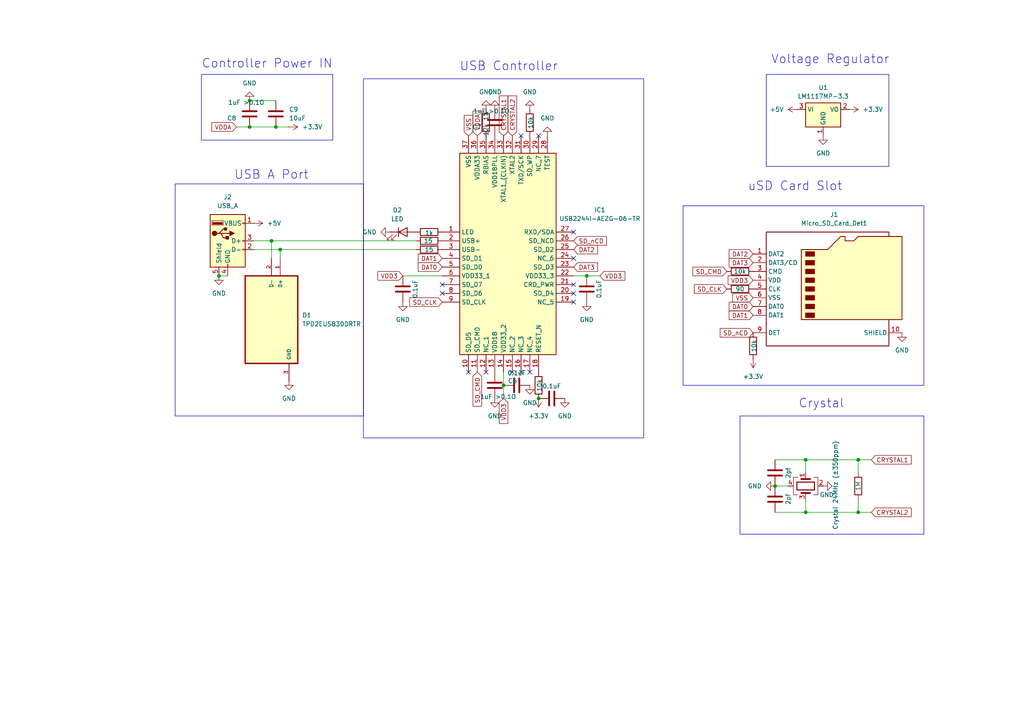
<source format=kicad_sch>
(kicad_sch (version 20250114) (generator "eeschema") (generator_version "9.0")
  (paper "A4")
  (lib_symbols
    (symbol "Connector:Micro_SD_Card_Det1"
      (property "Reference" "J" (at -16.51 17.78 0))
      (property "Value" "Micro_SD_Card_Det1" (at 16.51 17.78 0))
      (symbol "Micro_SD_Card_Det1_0_1"
        (polyline (pts (xy -8.89 -8.89) (xy -8.89 11.43) (xy -1.27 11.43) (xy 2.54 15.24) (xy 3.81 15.24) (xy 3.81 13.97) (xy 6.35 13.97) (xy 7.62 15.24) (xy 20.32 15.24) (xy 20.32 -8.89) (xy -8.89 -8.89)) (stroke (width 0.254)) (fill (type background)))
        (rectangle (start -7.62 10.795) (end -5.08 9.525) (stroke (width 0.254)) (fill (type outline)))
        (rectangle (start -7.62 8.255) (end -5.08 6.985) (stroke (width 0.254)) (fill (type outline)))
        (rectangle (start -7.62 5.715) (end -5.08 4.445) (stroke (width 0.254)) (fill (type outline)))
        (rectangle (start -7.62 3.175) (end -5.08 1.905) (stroke (width 0.254)) (fill (type outline)))
        (rectangle (start -7.62 0.635) (end -5.08 -0.635) (stroke (width 0.254)) (fill (type outline)))
        (rectangle (start -7.62 -1.905) (end -5.08 -3.175) (stroke (width 0.254)) (fill (type outline)))
        (rectangle (start -7.62 -4.445) (end -5.08 -5.715) (stroke (width 0.254)) (fill (type outline)))
        (rectangle (start -7.62 -6.985) (end -5.08 -8.255) (stroke (width 0.254)) (fill (type outline)))
        (polyline (pts (xy 16.51 15.24) (xy 16.51 16.51) (xy -19.05 16.51) (xy -19.05 -16.51) (xy 16.51 -16.51) (xy 16.51 -8.89)) (stroke (width 0.254)))
      )
      (symbol "Micro_SD_Card_Det1_1_1"
        (pin bidirectional line (at -22.86 10.16 0) (length 3.81) (name "DAT2") (number "1"))
        (pin bidirectional line (at -22.86 7.62 0) (length 3.81) (name "DAT3/CD") (number "2"))
        (pin input line (at -22.86 5.08 0) (length 3.81) (name "CMD") (number "3"))
        (pin power_in line (at -22.86 2.54 0) (length 3.81) (name "VDD") (number "4"))
        (pin input line (at -22.86 0 0) (length 3.81) (name "CLK") (number "5"))
        (pin power_in line (at -22.86 -2.54 0) (length 3.81) (name "VSS") (number "6"))
        (pin bidirectional line (at -22.86 -5.08 0) (length 3.81) (name "DAT0") (number "7"))
        (pin bidirectional line (at -22.86 -7.62 0) (length 3.81) (name "DAT1") (number "8"))
        (pin passive line (at -22.86 -12.7 0) (length 3.81) (name "DET") (number "9"))
        (pin passive line (at 20.32 -12.7 180) (length 3.81) (name "SHIELD") (number "10"))
      )
    )
    (symbol "Connector:USB_A" (pin_names (offset 1.016))
      (property "Reference" "J" (at -5.08 11.43 0))
      (property "Value" "USB_A" (at -5.08 8.89 0))
      (symbol "USB_A_0_1"
        (rectangle (start -5.08 -7.62) (end 5.08 7.62) (stroke (width 0.254)) (fill (type background)))
        (circle (center -3.81 2.159) (radius 0.635) (stroke (width 0.254)) (fill (type outline)))
        (polyline (pts (xy -3.175 2.159) (xy -2.54 2.159) (xy -1.27 3.429) (xy -0.635 3.429)) (stroke (width 0.254)))
        (polyline (pts (xy -2.54 2.159) (xy -1.905 2.159) (xy -1.27 0.889) (xy 0 0.889)) (stroke (width 0.254)))
        (rectangle (start -1.524 4.826) (end -4.318 5.334) (fill (type outline)))
        (rectangle (start -1.27 4.572) (end -4.572 5.842))
        (circle (center -0.635 3.429) (radius 0.381) (stroke (width 0.254)) (fill (type outline)))
        (rectangle (start -0.127 -7.62) (end 0.127 -6.858))
        (rectangle (start 0.254 1.27) (end -0.508 0.508) (stroke (width 0.254)) (fill (type outline)))
        (polyline (pts (xy 0.635 2.794) (xy 0.635 1.524) (xy 1.905 2.159) (xy 0.635 2.794)) (stroke (width 0.254)) (fill (type outline)))
        (rectangle (start 5.08 4.953) (end 4.318 5.207))
        (rectangle (start 5.08 -0.127) (end 4.318 0.127))
        (rectangle (start 5.08 -2.667) (end 4.318 -2.413))
      )
      (symbol "USB_A_1_1"
        (polyline (pts (xy -1.905 2.159) (xy 0.635 2.159)) (stroke (width 0.254)))
        (pin passive line (at -2.54 -10.16 90) (length 2.54) (name "Shield") (number "5"))
        (pin power_in line (at 0 -10.16 90) (length 2.54) (name "GND") (number "4"))
        (pin power_in line (at 7.62 5.08 180) (length 2.54) (name "VBUS") (number "1"))
        (pin bidirectional line (at 7.62 0 180) (length 2.54) (name "D+") (number "3"))
        (pin bidirectional line (at 7.62 -2.54 180) (length 2.54) (name "D-") (number "2"))
      )
    )
    (symbol "Device:C" (pin_numbers (hide yes)) (pin_names (offset 0.254))
      (property "Reference" "C" (at 0.635 2.54 0))
      (property "Value" "C" (at 0.635 -2.54 0))
      (symbol "C_0_1"
        (polyline (pts (xy -2.032 0.762) (xy 2.032 0.762)) (stroke (width 0.508)))
        (polyline (pts (xy -2.032 -0.762) (xy 2.032 -0.762)) (stroke (width 0.508)))
      )
      (symbol "C_1_1"
        (pin passive line (at 0 3.81 270) (length 2.794) (name "~") (number "1"))
        (pin passive line (at 0 -3.81 90) (length 2.794) (name "~") (number "2"))
      )
    )
    (symbol "Device:Crystal_GND24" (pin_names (offset 1.016) (hide yes))
      (property "Reference" "Y" (at 3.175 5.08 0))
      (property "Value" "Crystal_GND24" (at 3.175 3.175 0))
      (symbol "Crystal_GND24_0_1"
        (polyline (pts (xy -2.54 2.286) (xy -2.54 3.556) (xy 2.54 3.556) (xy 2.54 2.286)))
        (polyline (pts (xy -2.54 0) (xy -2.032 0)))
        (polyline (pts (xy -2.54 -2.286) (xy -2.54 -3.556) (xy 2.54 -3.556) (xy 2.54 -2.286)))
        (polyline (pts (xy -2.032 -1.27) (xy -2.032 1.27)) (stroke (width 0.508)))
        (rectangle (start -1.143 2.54) (end 1.143 -2.54) (stroke (width 0.3048)))
        (polyline (pts (xy 0 3.556) (xy 0 3.81)))
        (polyline (pts (xy 0 -3.81) (xy 0 -3.556)))
        (polyline (pts (xy 2.032 0) (xy 2.54 0)))
        (polyline (pts (xy 2.032 -1.27) (xy 2.032 1.27)) (stroke (width 0.508)))
      )
      (symbol "Crystal_GND24_1_1"
        (pin passive line (at -3.81 0 0) (length 1.27) (name "1") (number "1"))
        (pin passive line (at 0 5.08 270) (length 1.27) (name "2") (number "2"))
        (pin passive line (at 0 -5.08 90) (length 1.27) (name "4") (number "4"))
        (pin passive line (at 3.81 0 180) (length 1.27) (name "3") (number "3"))
      )
    )
    (symbol "Device:LED" (pin_numbers (hide yes)) (pin_names (offset 1.016) (hide yes))
      (property "Reference" "D" (at 0 2.54 0))
      (property "Value" "LED" (at 0 -2.54 0))
      (symbol "LED_0_1"
        (polyline (pts (xy -3.048 -0.762) (xy -4.572 -2.286) (xy -3.81 -2.286) (xy -4.572 -2.286) (xy -4.572 -1.524)))
        (polyline (pts (xy -1.778 -0.762) (xy -3.302 -2.286) (xy -2.54 -2.286) (xy -3.302 -2.286) (xy -3.302 -1.524)))
        (polyline (pts (xy -1.27 0) (xy 1.27 0)))
        (polyline (pts (xy -1.27 -1.27) (xy -1.27 1.27)) (stroke (width 0.254)))
        (polyline (pts (xy 1.27 -1.27) (xy 1.27 1.27) (xy -1.27 0) (xy 1.27 -1.27)) (stroke (width 0.254)))
      )
      (symbol "LED_1_1"
        (pin passive line (at -3.81 0 0) (length 2.54) (name "K") (number "1"))
        (pin passive line (at 3.81 0 180) (length 2.54) (name "A") (number "2"))
      )
    )
    (symbol "Device:R" (pin_numbers (hide yes)) (pin_names (offset 0))
      (property "Reference" "R" (at 2.032 0 90))
      (property "Value" "R" (at 0 0 90))
      (symbol "R_0_1"
        (rectangle (start -1.016 -2.54) (end 1.016 2.54) (stroke (width 0.254)))
      )
      (symbol "R_1_1"
        (pin passive line (at 0 3.81 270) (length 1.27) (name "~") (number "1"))
        (pin passive line (at 0 -3.81 90) (length 1.27) (name "~") (number "2"))
      )
    )
    (symbol "ESDDD:TPD2EUSB30DRTR" (pin_names (offset 1.016))
      (property "Reference" "D" (at -12.7 8.62 0))
      (property "Value" "TPD2EUSB30DRTR" (at -12.7 -11.62 0))
      (symbol "TPD2EUSB30DRTR_0_0"
        (rectangle (start -12.7 -7.62) (end 12.7 7.62) (stroke (width 0.41)) (fill (type background)))
        (pin bidirectional line (at -17.78 2.54 0) (length 5.08) (name "D+") (number "1"))
        (pin bidirectional line (at -17.78 0 0) (length 5.08) (name "D-") (number "2"))
        (pin power_in line (at 17.78 5.08 180) (length 5.08) (name "GND") (number "3"))
      )
    )
    (symbol "Regulator_Linear:LM1117MP-3.3"
      (property "Reference" "U" (at -3.81 3.175 0))
      (property "Value" "LM1117MP-3.3" (at 0 3.175 0))
      (symbol "LM1117MP-3.3_0_1"
        (rectangle (start -5.08 -5.08) (end 5.08 1.905) (stroke (width 0.254)) (fill (type background)))
      )
      (symbol "LM1117MP-3.3_1_1"
        (pin power_in line (at -7.62 0 0) (length 2.54) (name "VI") (number "3"))
        (pin power_in line (at 0 -7.62 90) (length 2.54) (name "GND") (number "1"))
        (pin power_out line (at 7.62 0 180) (length 2.54) (name "VO") (number "2"))
      )
    )
    (symbol "USBBB:USB2244I-AEZG-06-TR"
      (property "Reference" "IC" (at 34.29 27.94 0))
      (property "Value" "USB2244I-AEZG-06-TR" (at 34.29 25.4 0))
      (symbol "USB2244I-AEZG-06-TR_1_1"
        (rectangle (start 5.08 22.86) (end 33.02 -35.56) (stroke (width 0.254)) (fill (type background)))
        (pin passive line (at 0 0 0) (length 5.08) (name "LED") (number "1"))
        (pin passive line (at 0 -2.54 0) (length 5.08) (name "USB+") (number "2"))
        (pin passive line (at 0 -5.08 0) (length 5.08) (name "USB-") (number "3"))
        (pin passive line (at 0 -7.62 0) (length 5.08) (name "SD_D1") (number "4"))
        (pin passive line (at 0 -10.16 0) (length 5.08) (name "SD_D0") (number "5"))
        (pin passive line (at 0 -12.7 0) (length 5.08) (name "VDD33_1") (number "6"))
        (pin passive line (at 0 -15.24 0) (length 5.08) (name "SD_D7") (number "7"))
        (pin passive line (at 0 -17.78 0) (length 5.08) (name "SD_D6") (number "8"))
        (pin passive line (at 0 -20.32 0) (length 5.08) (name "SD_CLK") (number "9"))
        (pin passive line (at 7.62 27.94 270) (length 5.08) (name "VSS") (number "37"))
        (pin passive line (at 7.62 -40.64 90) (length 5.08) (name "SD_D5") (number "10"))
        (pin passive line (at 10.16 27.94 270) (length 5.08) (name "VDDA33") (number "36"))
        (pin passive line (at 10.16 -40.64 90) (length 5.08) (name "SD_CMD") (number "11"))
        (pin passive line (at 12.7 27.94 270) (length 5.08) (name "RBIAS") (number "35"))
        (pin passive line (at 12.7 -40.64 90) (length 5.08) (name "NC_1") (number "12"))
        (pin passive line (at 15.24 27.94 270) (length 5.08) (name "VDD18PLL") (number "34"))
        (pin passive line (at 15.24 -40.64 90) (length 5.08) (name "VDD18") (number "13"))
        (pin passive line (at 17.78 27.94 270) (length 5.08) (name "XTAL1_(CLKIN)") (number "33"))
        (pin passive line (at 17.78 -40.64 90) (length 5.08) (name "VDD33_2") (number "14"))
        (pin passive line (at 20.32 27.94 270) (length 5.08) (name "XTAL2") (number "32"))
        (pin passive line (at 20.32 -40.64 90) (length 5.08) (name "NC_2") (number "15"))
        (pin passive line (at 22.86 27.94 270) (length 5.08) (name "TXD/SCK") (number "31"))
        (pin passive line (at 22.86 -40.64 90) (length 5.08) (name "NC_3") (number "16"))
        (pin passive line (at 25.4 27.94 270) (length 5.08) (name "SD_WP") (number "30"))
        (pin passive line (at 25.4 -40.64 90) (length 5.08) (name "NC_4") (number "17"))
        (pin passive line (at 27.94 27.94 270) (length 5.08) (name "NC_7") (number "29"))
        (pin passive line (at 27.94 -40.64 90) (length 5.08) (name "RESET_N") (number "18"))
        (pin passive line (at 30.48 27.94 270) (length 5.08) (name "TEST") (number "28"))
        (pin passive line (at 38.1 0 180) (length 5.08) (name "RXD/SDA") (number "27"))
        (pin passive line (at 38.1 -2.54 180) (length 5.08) (name "SD_NCD") (number "26"))
        (pin passive line (at 38.1 -5.08 180) (length 5.08) (name "SD_D2") (number "25"))
        (pin passive line (at 38.1 -7.62 180) (length 5.08) (name "NC_6") (number "24"))
        (pin passive line (at 38.1 -10.16 180) (length 5.08) (name "SD_D3") (number "23"))
        (pin passive line (at 38.1 -12.7 180) (length 5.08) (name "VDD33_3") (number "22"))
        (pin passive line (at 38.1 -15.24 180) (length 5.08) (name "CRD_PWR") (number "21"))
        (pin passive line (at 38.1 -17.78 180) (length 5.08) (name "SD_D4") (number "20"))
        (pin passive line (at 38.1 -20.32 180) (length 5.08) (name "NC_5") (number "19"))
      )
    )
    (symbol "power:+3.3V" (power) (pin_numbers (hide yes)) (pin_names (offset 0) (hide yes))
      (property "Value" "+3.3V" (at 0 3.556 0))
      (symbol "+3.3V_0_1"
        (polyline (pts (xy -0.762 1.27) (xy 0 2.54)))
        (polyline (pts (xy 0 2.54) (xy 0.762 1.27)))
        (polyline (pts (xy 0 0) (xy 0 2.54)))
      )
      (symbol "+3.3V_1_1"
        (pin power_in line (at 0 0 90) (length 0) (name "~") (number "1"))
      )
    )
    (symbol "power:+5V" (power) (pin_numbers (hide yes)) (pin_names (offset 0) (hide yes))
      (property "Value" "+5V" (at 0 3.556 0))
      (symbol "+5V_0_1"
        (polyline (pts (xy -0.762 1.27) (xy 0 2.54)))
        (polyline (pts (xy 0 2.54) (xy 0.762 1.27)))
        (polyline (pts (xy 0 0) (xy 0 2.54)))
      )
      (symbol "+5V_1_1"
        (pin power_in line (at 0 0 90) (length 0) (name "~") (number "1"))
      )
    )
    (symbol "power:GND" (power) (pin_numbers (hide yes)) (pin_names (offset 0) (hide yes))
      (property "Value" "GND" (at 0 -3.81 0))
      (symbol "GND_0_1"
        (polyline (pts (xy 0 0) (xy 0 -1.27) (xy 1.27 -1.27) (xy 0 -2.54) (xy -1.27 -1.27) (xy 0 -1.27)))
      )
      (symbol "GND_1_1"
        (pin power_in line (at 0 0 270) (length 0) (name "~") (number "1"))
      )
    )
  )
  (rectangle (start 198.12 59.69) (end 267.97 111.76))
  (rectangle (start 214.63 120.65) (end 267.97 154.94))
  (rectangle (start 222.25 21.59) (end 257.81 48.26))
  (rectangle (start 50.8 53.34) (end 105.41 120.65))
  (rectangle (start 58.42 21.59) (end 96.52 40.64))
  (rectangle (start 105.41 22.86) (end 186.69 127))
  (text "uSD Card Slot" (at 230.632 54.102 0) (effects (font (size 2.54 2.54))))
  (text "Voltage Regulator" (at 240.792 17.272 0) (effects (font (size 2.54 2.54))))
  (text "Crystal" (at 238.252 117.094 0) (effects (font (size 2.54 2.54))))
  (text "USB Controller" (at 147.574 19.304 0) (effects (font (size 2.54 2.54))))
  (text "USB A Port" (at 78.74 50.8 0) (effects (font (size 2.54 2.54))))
  (text "Controller Power IN" (at 77.47 18.542 0) (effects (font (size 2.54 2.54))))
  (junction (at 80.01 36.83))
  (junction (at 233.68 148.59))
  (junction (at 72.39 36.83))
  (junction (at 248.92 148.59))
  (junction (at 78.74 69.85))
  (junction (at 146.05 111.76))
  (junction (at 170.18 80.01))
  (junction (at 156.21 115.57))
  (junction (at 63.5 80.01))
  (junction (at 248.92 133.35))
  (junction (at 233.68 133.35))
  (junction (at 72.39 29.21))
  (junction (at 224.79 140.97))
  (junction (at 81.28 72.39))
  (no_connect (at 151.13 39.37))
  (no_connect (at 140.97 107.95))
  (no_connect (at 128.27 85.09))
  (no_connect (at 166.37 74.93))
  (no_connect (at 166.37 67.31))
  (no_connect (at 135.89 107.95))
  (no_connect (at 166.37 85.09))
  (no_connect (at 156.21 39.37))
  (no_connect (at 128.27 82.55))
  (no_connect (at 148.59 107.95))
  (no_connect (at 151.13 107.95))
  (no_connect (at 153.67 107.95))
  (no_connect (at 166.37 87.63))
  (no_connect (at 166.37 82.55))
  (wire (pts (xy 78.74 69.85) (xy 120.65 69.85)))
  (wire (pts (xy 224.79 140.97) (xy 228.6 140.97)))
  (wire (pts (xy 72.39 29.21) (xy 80.01 29.21)))
  (wire (pts (xy 73.66 69.85) (xy 78.74 69.85)))
  (wire (pts (xy 166.37 80.01) (xy 170.18 80.01)))
  (wire (pts (xy 72.39 36.83) (xy 80.01 36.83)))
  (wire (pts (xy 146.05 107.95) (xy 146.05 111.76)))
  (wire (pts (xy 80.01 36.83) (xy 83.82 36.83)))
  (wire (pts (xy 146.05 111.76) (xy 146.05 115.57)))
  (wire (pts (xy 248.92 148.59) (xy 252.73 148.59)))
  (wire (pts (xy 81.28 72.39) (xy 81.28 74.93)))
  (wire (pts (xy 170.18 80.01) (xy 173.99 80.01)))
  (wire (pts (xy 248.92 133.35) (xy 252.73 133.35)))
  (wire (pts (xy 224.79 133.35) (xy 233.68 133.35)))
  (wire (pts (xy 81.28 72.39) (xy 120.65 72.39)))
  (wire (pts (xy 73.66 72.39) (xy 81.28 72.39)))
  (wire (pts (xy 116.84 80.01) (xy 128.27 80.01)))
  (wire (pts (xy 63.5 80.01) (xy 66.04 80.01)))
  (wire (pts (xy 68.58 36.83) (xy 72.39 36.83)))
  (wire (pts (xy 233.68 144.78) (xy 233.68 148.59)))
  (wire (pts (xy 233.68 148.59) (xy 248.92 148.59)))
  (wire (pts (xy 248.92 148.59) (xy 248.92 144.78)))
  (wire (pts (xy 248.92 133.35) (xy 248.92 137.16)))
  (wire (pts (xy 233.68 133.35) (xy 233.68 137.16)))
  (wire (pts (xy 233.68 133.35) (xy 248.92 133.35)))
  (wire (pts (xy 224.79 148.59) (xy 233.68 148.59)))
  (wire (pts (xy 78.74 69.85) (xy 78.74 74.93)))
  (global_label "CRYSTAL2" (shape input) (at 148.59 39.37 90) (property "Intersheetrefs" "${INTERSHEET_REFS}" (effects (hide yes))))
  (global_label "SD_CMD" (shape input) (at 138.43 107.95 270) (property "Intersheetrefs" "${INTERSHEET_REFS}" (effects (hide yes))))
  (global_label "SD_nCD" (shape input) (at 218.44 96.52 180) (property "Intersheetrefs" "${INTERSHEET_REFS}" (effects (hide yes))))
  (global_label "DAT3" (shape input) (at 166.37 77.47 0) (property "Intersheetrefs" "${INTERSHEET_REFS}" (effects (hide yes))))
  (global_label "SD_CLK" (shape input) (at 128.27 87.63 180) (property "Intersheetrefs" "${INTERSHEET_REFS}" (effects (hide yes))))
  (global_label "VDD3" (shape input) (at 146.05 115.57 270) (property "Intersheetrefs" "${INTERSHEET_REFS}" (effects (hide yes))))
  (global_label "VDD3" (shape input) (at 218.44 81.28 180) (property "Intersheetrefs" "${INTERSHEET_REFS}" (effects (hide yes))))
  (global_label "DAT0" (shape input) (at 218.44 88.9 180) (property "Intersheetrefs" "${INTERSHEET_REFS}" (effects (hide yes))))
  (global_label "VDD3" (shape input) (at 173.99 80.01 0) (property "Intersheetrefs" "${INTERSHEET_REFS}" (effects (hide yes))))
  (global_label "DAT2" (shape input) (at 166.37 72.39 0) (property "Intersheetrefs" "${INTERSHEET_REFS}" (effects (hide yes))))
  (global_label "DAT1" (shape input) (at 218.44 91.44 180) (property "Intersheetrefs" "${INTERSHEET_REFS}" (effects (hide yes))))
  (global_label "SD_CMD" (shape input) (at 210.82 78.74 180) (property "Intersheetrefs" "${INTERSHEET_REFS}" (effects (hide yes))))
  (global_label "VSS" (shape input) (at 218.44 86.36 180) (property "Intersheetrefs" "${INTERSHEET_REFS}" (effects (hide yes))))
  (global_label "DAT0" (shape input) (at 128.27 77.47 180) (property "Intersheetrefs" "${INTERSHEET_REFS}" (effects (hide yes))))
  (global_label "VDDA" (shape input) (at 138.43 39.37 90) (property "Intersheetrefs" "${INTERSHEET_REFS}" (effects (hide yes))))
  (global_label "DAT1" (shape input) (at 128.27 74.93 180) (property "Intersheetrefs" "${INTERSHEET_REFS}" (effects (hide yes))))
  (global_label "VDD3" (shape input) (at 116.84 80.01 180) (property "Intersheetrefs" "${INTERSHEET_REFS}" (effects (hide yes))))
  (global_label "CRYSTAL1" (shape input) (at 252.73 133.35 0) (property "Intersheetrefs" "${INTERSHEET_REFS}" (effects (hide yes))))
  (global_label "DAT2" (shape input) (at 218.44 73.66 180) (property "Intersheetrefs" "${INTERSHEET_REFS}" (effects (hide yes))))
  (global_label "DAT3" (shape input) (at 218.44 76.2 180) (property "Intersheetrefs" "${INTERSHEET_REFS}" (effects (hide yes))))
  (global_label "SD_nCD" (shape input) (at 166.37 69.85 0) (property "Intersheetrefs" "${INTERSHEET_REFS}" (effects (hide yes))))
  (global_label "CRYSTAL2" (shape input) (at 252.73 148.59 0) (property "Intersheetrefs" "${INTERSHEET_REFS}" (effects (hide yes))))
  (global_label "CRYSTAL1" (shape input) (at 146.05 39.37 90) (property "Intersheetrefs" "${INTERSHEET_REFS}" (effects (hide yes))))
  (global_label "VDDA" (shape input) (at 68.58 36.83 180) (property "Intersheetrefs" "${INTERSHEET_REFS}" (effects (hide yes))))
  (global_label "SD_CLK" (shape input) (at 210.82 83.82 180) (property "Intersheetrefs" "${INTERSHEET_REFS}" (effects (hide yes))))
  (global_label "VSS" (shape input) (at 135.89 39.37 90) (property "Intersheetrefs" "${INTERSHEET_REFS}" (effects (hide yes))))
  (symbol (lib_id "power:+5V") (at 73.66 64.77 270) (unit 1)
    (property "Reference" "#PWR01" (effects (hide yes)))
    (property "Value" "+5V" (at 77.47 64.7699 90) (effects (justify left)))
    (property "Description" "Power symbol creates a global label with name \"+5V\"" (effects (hide yes)))
  )
  (symbol (lib_id "power:GND") (at 72.39 29.21 180) (unit 1)
    (property "Reference" "#PWR012" (effects (hide yes)))
    (property "Value" "GND" (at 72.39 24.13 0))
    (property "Description" "Power symbol creates a global label with name \"GND\" , ground" (effects (hide yes)))
  )
  (symbol (lib_id "power:GND") (at 63.5 80.01 0) (unit 1)
    (property "Reference" "#PWR02" (effects (hide yes)))
    (property "Value" "GND" (at 63.5 85.09 0))
    (property "Description" "Power symbol creates a global label with name \"GND\" , ground" (effects (hide yes)))
  )
  (symbol (lib_id "Device:R") (at 124.46 69.85 90) (unit 1)
    (property "Reference" "R4" (effects (hide yes)))
    (property "Value" "15" (at 124.206 69.85 90))
    (property "Footprint" "Resistor_SMD:R_0402_1005Metric" (effects (hide yes)))
    (property "Description" "Resistor" (effects (hide yes)))
  )
  (symbol (lib_id "power:GND") (at 113.03 67.31 270) (unit 1)
    (property "Reference" "#PWR016" (effects (hide yes)))
    (property "Value" "GND" (at 109.22 67.3099 90) (effects (justify right)))
    (property "Description" "Power symbol creates a global label with name \"GND\" , ground" (effects (hide yes)))
  )
  (symbol (lib_id "Device:R") (at 153.67 35.56 180) (unit 1)
    (property "Reference" "R9" (effects (hide yes)))
    (property "Value" "10k" (at 153.924 35.56 90))
    (property "Footprint" "Resistor_SMD:R_0402_1005Metric" (effects (hide yes)))
    (property "Description" "Resistor" (effects (hide yes)))
  )
  (symbol (lib_id "power:GND") (at 143.51 115.57 0) (unit 1)
    (property "Reference" "#PWR010" (effects (hide yes)))
    (property "Value" "GND" (at 143.51 120.65 0))
    (property "Description" "Power symbol creates a global label with name \"GND\" , ground" (effects (hide yes)))
  )
  (symbol (lib_id "Device:R") (at 218.44 100.33 180) (unit 1)
    (property "Reference" "R10" (effects (hide yes)))
    (property "Value" "10k" (at 218.694 100.33 90))
    (property "Footprint" "Resistor_SMD:R_0402_1005Metric" (effects (hide yes)))
    (property "Description" "Resistor" (effects (hide yes)))
  )
  (symbol (lib_id "power:GND") (at 116.84 87.63 0) (unit 1)
    (property "Reference" "#PWR06" (effects (hide yes)))
    (property "Value" "GND" (at 116.84 92.71 0))
    (property "Description" "Power symbol creates a global label with name \"GND\" , ground" (effects (hide yes)))
  )
  (symbol (lib_id "power:+3.3V") (at 83.82 36.83 270) (unit 1)
    (property "Reference" "#PWR013" (effects (hide yes)))
    (property "Value" "+3.3V" (at 87.63 36.8299 90) (effects (justify left)))
    (property "Description" "Power symbol creates a global label with name \"+3.3V\"" (effects (hide yes)))
  )
  (symbol (lib_id "power:+3.3V") (at 246.38 31.75 270) (unit 1)
    (property "Reference" "#PWR04" (effects (hide yes)))
    (property "Value" "+3.3V" (at 250.19 31.7499 90) (effects (justify left)))
    (property "Description" "Power symbol creates a global label with name \"+3.3V\"" (effects (hide yes)))
  )
  (symbol (lib_id "power:GND") (at 83.82 110.49 0) (unit 1)
    (property "Reference" "#PWR017" (effects (hide yes)))
    (property "Value" "GND" (at 83.82 115.57 0))
    (property "Description" "Power symbol creates a global label with name \"GND\" , ground" (effects (hide yes)))
  )
  (symbol (lib_id "power:GND") (at 153.67 111.76 0) (unit 1)
    (property "Reference" "#PWR09" (effects (hide yes)))
    (property "Value" "GND" (at 153.67 116.84 0))
    (property "Description" "Power symbol creates a global label with name \"GND\" , ground" (effects (hide yes)))
  )
  (symbol (lib_id "Device:R") (at 124.46 67.31 90) (unit 1)
    (property "Reference" "R7" (effects (hide yes)))
    (property "Value" "1k" (at 124.46 67.564 90))
    (property "Footprint" "Resistor_SMD:R_0402_1005Metric" (effects (hide yes)))
    (property "Description" "Resistor" (effects (hide yes)))
  )
  (symbol (lib_id "Device:C") (at 143.51 111.76 0) (unit 1)
    (property "Reference" "C6" (at 147.32 110.4899 0) (effects (justify left)))
    (property "Value" "1uF >0.1O" (at 139.192 115.062 0) (effects (justify left)))
    (property "Footprint" "Capacitor_SMD:C_0402_1005Metric" (effects (hide yes)))
    (property "Description" "Unpolarized capacitor" (effects (hide yes)))
  )
  (symbol (lib_id "power:GND") (at 224.79 140.97 270) (unit 1)
    (property "Reference" "#PWR022" (effects (hide yes)))
    (property "Value" "GND" (at 220.98 140.9699 90) (effects (justify right)))
    (property "Description" "Power symbol creates a global label with name \"GND\" , ground" (effects (hide yes)))
  )
  (symbol (lib_id "ESDDD:TPD2EUSB30DRTR") (at 78.74 92.71 270) (unit 1)
    (property "Reference" "D1" (at 87.63 91.4399 90) (effects (justify left)))
    (property "Value" "TPD2EUSB30DRTR" (at 87.63 93.9799 90) (effects (justify left)))
    (property "Footprint" "ESDDD:SOTFL35P100X50-3N" (effects (hide yes)))
    (property "MF" "Texas Instruments" (effects (hide yes)))
    (property "Description_1" "Dual  0.7-pF, 5.5-V ±8-kV  ESD protection diode with 5-A  surge rating for USB 3.0" (effects (hide yes)))
    (property "Package" "SOT-9X3-3 Texas Instruments" (effects (hide yes)))
    (property "Price" "None" (effects (hide yes)))
    (property "SnapEDA_Link" "https://www.snapeda.com/parts/TPD2EUSB30DRTR/Texas+Instruments/view-part/?ref=snap" (effects (hide yes)))
    (property "MP" "TPD2EUSB30DRTR" (effects (hide yes)))
    (property "Availability" "In Stock" (effects (hide yes)))
    (property "Check_prices" "https://www.snapeda.com/parts/TPD2EUSB30DRTR/Texas+Instruments/view-part/?ref=eda" (effects (hide yes)))
  )
  (symbol (lib_id "power:GND") (at 238.76 39.37 0) (unit 1)
    (property "Reference" "#PWR05" (effects (hide yes)))
    (property "Value" "GND" (at 238.76 44.45 0))
    (property "Description" "Power symbol creates a global label with name \"GND\" , ground" (effects (hide yes)))
  )
  (symbol (lib_id "Device:C") (at 143.51 35.56 180) (unit 1)
    (property "Reference" "C7" (at 139.7 36.8301 0) (effects (justify left)))
    (property "Value" "1uF >0.1O" (at 147.828 32.258 0) (effects (justify left)))
    (property "Footprint" "Capacitor_SMD:C_0402_1005Metric" (effects (hide yes)))
    (property "Description" "Unpolarized capacitor" (effects (hide yes)))
  )
  (symbol (lib_id "Device:C") (at 72.39 33.02 180) (unit 1)
    (property "Reference" "C8" (at 68.58 34.2901 0) (effects (justify left)))
    (property "Value" "1uF >0.1O" (at 76.708 29.718 0) (effects (justify left)))
    (property "Footprint" "Capacitor_SMD:C_0402_1005Metric" (effects (hide yes)))
    (property "Description" "Unpolarized capacitor" (effects (hide yes)))
  )
  (symbol (lib_id "Device:R") (at 156.21 111.76 180) (unit 1)
    (property "Reference" "R8" (effects (hide yes)))
    (property "Value" "10k" (at 156.464 111.76 90))
    (property "Footprint" "Resistor_SMD:R_0402_1005Metric" (effects (hide yes)))
    (property "Description" "Resistor" (effects (hide yes)))
  )
  (symbol (lib_id "Device:R") (at 248.92 140.97 180) (unit 1)
    (property "Reference" "R1" (effects (hide yes)))
    (property "Value" "1M" (at 248.92 140.97 90))
    (property "Footprint" "Resistor_SMD:R_0603_1608Metric" (effects (hide yes)))
    (property "Description" "Resistor" (effects (hide yes)))
  )
  (symbol (lib_id "power:GND") (at 153.67 31.75 180) (unit 1)
    (property "Reference" "#PWR020" (effects (hide yes)))
    (property "Value" "GND" (at 153.67 26.67 0))
    (property "Description" "Power symbol creates a global label with name \"GND\" , ground" (effects (hide yes)))
  )
  (symbol (lib_id "Device:C") (at 149.86 111.76 90) (unit 1)
    (property "Reference" "C5" (effects (hide yes)))
    (property "Value" "0.1uF" (at 149.86 108.204 90))
    (property "Footprint" "Capacitor_SMD:C_0402_1005Metric" (effects (hide yes)))
    (property "Description" "Unpolarized capacitor" (effects (hide yes)))
  )
  (symbol (lib_id "Regulator_Linear:LM1117MP-3.3") (at 238.76 31.75 0) (unit 1)
    (property "Reference" "U1" (at 238.76 25.4 0))
    (property "Value" "LM1117MP-3.3" (at 238.76 27.94 0))
    (property "Footprint" "Package_TO_SOT_SMD:SOT-223-3_TabPin2" (effects (hide yes)))
    (property "Datasheet" "http://www.ti.com/lit/ds/symlink/lm1117.pdf" (effects (hide yes)))
    (property "Description" "800mA Low-Dropout Linear Regulator, 3.3V fixed output, SOT-223" (effects (hide yes)))
  )
  (symbol (lib_id "Device:C") (at 224.79 144.78 180) (unit 1)
    (property "Reference" "C11" (effects (hide yes)))
    (property "Value" "2pf" (at 228.6 144.78 90))
    (property "Footprint" "Capacitor_SMD:C_0402_1005Metric" (effects (hide yes)))
    (property "Description" "Unpolarized capacitor" (effects (hide yes)))
  )
  (symbol (lib_id "Device:C") (at 160.02 115.57 90) (unit 1)
    (property "Reference" "C10" (effects (hide yes)))
    (property "Value" "0.1uF" (at 160.02 112.014 90))
    (property "Footprint" "Capacitor_SMD:C_0402_1005Metric" (effects (hide yes)))
    (property "Description" "Unpolarized capacitor" (effects (hide yes)))
  )
  (symbol (lib_id "Connector:USB_A") (at 66.04 69.85 0) (unit 1)
    (property "Reference" "J2" (at 66.04 57.15 0))
    (property "Value" "USB_A" (at 66.04 59.69 0))
    (property "Footprint" "Connector_USB:USB_A_Receptacle_GCT_USB1046" (effects (hide yes)))
    (property "Description" "USB Type A connector" (effects (hide yes)))
  )
  (symbol (lib_id "Device:R") (at 140.97 35.56 180) (unit 1)
    (property "Reference" "R6" (effects (hide yes)))
    (property "Value" "12k 1%" (at 140.97 35.814 90))
    (property "Footprint" "Resistor_SMD:R_0402_1005Metric" (effects (hide yes)))
    (property "Description" "Resistor" (effects (hide yes)))
  )
  (symbol (lib_id "USBBB:USB2244I-AEZG-06-TR") (at 128.27 67.31 0) (unit 1)
    (property "Reference" "IC1" (at 173.99 60.8898 0))
    (property "Value" "USB2244I-AEZG-06-TR" (at 173.99 63.4298 0))
    (property "Footprint" "USBBB:QFN50P600X600X90-37N-D" (effects (hide yes)))
    (property "Datasheet" "http://www.microchip.com/mymicrochip/filehandler.aspx?ddocname=en562093" (effects (hide yes)))
    (property "Description" "USB Interface IC USB 2.0 SD/MMC Flash Media Contrl , 3V to 3.6V ,135mA , -40C +85C" (effects (hide yes)))
    (property "Height" "0.9" (effects (hide yes)))
    (property "Mouser Part Number" "579-USB2244IAEZG06TR" (effects (hide yes)))
    (property "Mouser Price/Stock" "https://www.mouser.co.uk/ProductDetail/Microchip-Technology/USB2244I-AEZG-06-TR?qs=8jfIC9vqKDsAu01KH5BS1Q%3D%3D" (effects (hide yes)))
    (property "Manufacturer_Name" "Microchip" (effects (hide yes)))
    (property "Manufacturer_Part_Number" "USB2244I-AEZG-06-TR" (effects (hide yes)))
  )
  (symbol (lib_id "power:GND") (at 140.97 31.75 180) (unit 1)
    (property "Reference" "#PWR014" (effects (hide yes)))
    (property "Value" "GND" (at 140.97 26.67 0))
    (property "Description" "Power symbol creates a global label with name \"GND\" , ground" (effects (hide yes)))
  )
  (symbol (lib_id "Device:C") (at 116.84 83.82 0) (unit 1)
    (property "Reference" "C4" (effects (hide yes)))
    (property "Value" "0.1uF" (at 120.396 83.82 90))
    (property "Footprint" "Capacitor_SMD:C_0402_1005Metric" (effects (hide yes)))
    (property "Description" "Unpolarized capacitor" (effects (hide yes)))
  )
  (symbol (lib_id "power:+3.3V") (at 156.21 115.57 180) (unit 1)
    (property "Reference" "#PWR018" (effects (hide yes)))
    (property "Value" "+3.3V" (at 156.21 120.65 0))
    (property "Description" "Power symbol creates a global label with name \"+3.3V\"" (effects (hide yes)))
  )
  (symbol (lib_id "Device:C") (at 224.79 137.16 180) (unit 1)
    (property "Reference" "C12" (effects (hide yes)))
    (property "Value" "2pf" (at 228.6 137.16 90))
    (property "Footprint" "Capacitor_SMD:C_0402_1005Metric" (effects (hide yes)))
    (property "Description" "Unpolarized capacitor" (effects (hide yes)))
  )
  (symbol (lib_id "Connector:Micro_SD_Card_Det1") (at 241.3 83.82 0) (unit 1)
    (property "Reference" "J1" (at 241.935 62.23 0))
    (property "Value" "Micro_SD_Card_Det1" (at 241.935 64.77 0))
    (property "Footprint" "Random:TF-015" (effects (hide yes)))
    (property "Datasheet" "https://datasheet.lcsc.com/lcsc/2110151630_XKB-Connectivity-XKTF-015-N_C381082.pdf" (effects (hide yes)))
    (property "Description" "Micro SD Card Socket with one card detection pin" (effects (hide yes)))
  )
  (symbol (lib_id "power:GND") (at 143.51 31.75 180) (unit 1)
    (property "Reference" "#PWR011" (effects (hide yes)))
    (property "Value" "GND" (at 143.51 26.67 0))
    (property "Description" "Power symbol creates a global label with name \"GND\" , ground" (effects (hide yes)))
  )
  (symbol (lib_id "Device:R") (at 214.63 78.74 90) (unit 1)
    (property "Reference" "R3" (effects (hide yes)))
    (property "Value" "10k" (at 214.63 78.74 90))
    (property "Footprint" "Resistor_SMD:R_0402_1005Metric" (effects (hide yes)))
    (property "Description" "Resistor" (effects (hide yes)))
  )
  (symbol (lib_id "power:GND") (at 163.83 115.57 0) (unit 1)
    (property "Reference" "#PWR019" (effects (hide yes)))
    (property "Value" "GND" (at 163.83 120.65 0))
    (property "Description" "Power symbol creates a global label with name \"GND\" , ground" (effects (hide yes)))
  )
  (symbol (lib_id "Device:LED") (at 116.84 67.31 0) (unit 1)
    (property "Reference" "D2" (at 115.2525 60.96 0))
    (property "Value" "LED" (at 115.2525 63.5 0))
    (property "Footprint" "LED_SMD:LED_0805_2012Metric" (effects (hide yes)))
    (property "Description" "Light emitting diode" (effects (hide yes)))
    (property "Sim.Pins" "1=K 2=A" (effects (hide yes)))
  )
  (symbol (lib_id "Device:C") (at 170.18 83.82 180) (unit 1)
    (property "Reference" "C3" (effects (hide yes)))
    (property "Value" "0.1uF" (at 173.736 83.82 90))
    (property "Footprint" "Capacitor_SMD:C_0402_1005Metric" (effects (hide yes)))
    (property "Description" "Unpolarized capacitor" (effects (hide yes)))
  )
  (symbol (lib_id "power:GND") (at 158.75 39.37 180) (unit 1)
    (property "Reference" "#PWR015" (effects (hide yes)))
    (property "Value" "GND" (at 158.75 34.29 0))
    (property "Description" "Power symbol creates a global label with name \"GND\" , ground" (effects (hide yes)))
  )
  (symbol (lib_id "Device:R") (at 214.63 83.82 90) (unit 1)
    (property "Reference" "R2" (effects (hide yes)))
    (property "Value" "90" (at 214.63 83.82 90))
    (property "Footprint" "Resistor_SMD:R_0402_1005Metric" (effects (hide yes)))
    (property "Description" "Resistor" (effects (hide yes)))
  )
  (symbol (lib_id "power:+3.3V") (at 218.44 104.14 180) (unit 1)
    (property "Reference" "#PWR021" (effects (hide yes)))
    (property "Value" "+3.3V" (at 218.44 109.22 0))
    (property "Description" "Power symbol creates a global label with name \"+3.3V\"" (effects (hide yes)))
  )
  (symbol (lib_id "Device:C") (at 80.01 33.02 0) (unit 1)
    (property "Reference" "C9" (at 83.82 31.7499 0) (effects (justify left)))
    (property "Value" "10uF" (at 83.82 34.2899 0) (effects (justify left)))
    (property "Footprint" "Capacitor_SMD:C_0402_1005Metric" (effects (hide yes)))
    (property "Description" "Unpolarized capacitor" (effects (hide yes)))
  )
  (symbol (lib_id "power:GND") (at 238.76 140.97 90) (unit 1)
    (property "Reference" "#PWR023" (effects (hide yes)))
    (property "Value" "GND" (at 237.744 143.51 90) (effects (justify right)))
    (property "Description" "Power symbol creates a global label with name \"GND\" , ground" (effects (hide yes)))
  )
  (symbol (lib_id "Device:Crystal_GND24") (at 233.68 140.97 270) (unit 1)
    (property "Reference" "Y2" (effects (hide yes)))
    (property "Value" "Crystal 24MHz (±350 ppm)" (at 242.316 140.716 0))
    (property "Footprint" "Crystal:Crystal_SMD_2016-4Pin_2.0x1.6mm" (effects (hide yes)))
    (property "Description" "Four pin crystal, GND on pins 2 and 4" (effects (hide yes)))
  )
  (symbol (lib_id "power:+5V") (at 231.14 31.75 90) (unit 1)
    (property "Reference" "#PWR03" (effects (hide yes)))
    (property "Value" "+5V" (at 227.33 31.7499 90) (effects (justify left)))
    (property "Description" "Power symbol creates a global label with name \"+5V\"" (effects (hide yes)))
  )
  (symbol (lib_id "Device:R") (at 124.46 72.39 90) (unit 1)
    (property "Reference" "R5" (effects (hide yes)))
    (property "Value" "15" (at 124.46 72.39 90))
    (property "Footprint" "Resistor_SMD:R_0402_1005Metric" (effects (hide yes)))
    (property "Description" "Resistor" (effects (hide yes)))
  )
  (symbol (lib_id "power:GND") (at 261.62 96.52 0) (unit 1)
    (property "Reference" "#PWR07" (effects (hide yes)))
    (property "Value" "GND" (at 261.62 101.6 0))
    (property "Description" "Power symbol creates a global label with name \"GND\" , ground" (effects (hide yes)))
  )
  (symbol (lib_id "power:GND") (at 170.18 87.63 0) (unit 1)
    (property "Reference" "#PWR08" (effects (hide yes)))
    (property "Value" "GND" (at 170.18 92.71 0))
    (property "Description" "Power symbol creates a global label with name \"GND\" , ground" (effects (hide yes)))
  )
)
</source>
